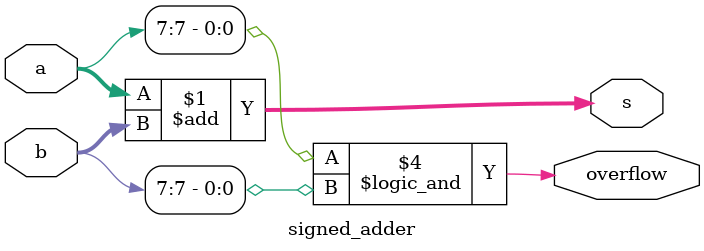
<source format=v>

module signed_adder(input [7:0] a,
    input [7:0] b,
    output [7:0] s,
    output overflow
); 

// The numbers a and b are added to the output s. 
// assign the occurence of the signed overflow of a and b to the output overflow.
// a signed overflow occurs if the most significant bits of a and b are low and the most significant bit of s is high
// a signed overflow may also occur if the most significant bits of a and b are high and the most significant bit of s is low


assign s = a + b;
assign overflow = (a[7] == 1 && b[7] == 1) && (s[7] == 0 || s[7] == 1);

endmodule

</source>
